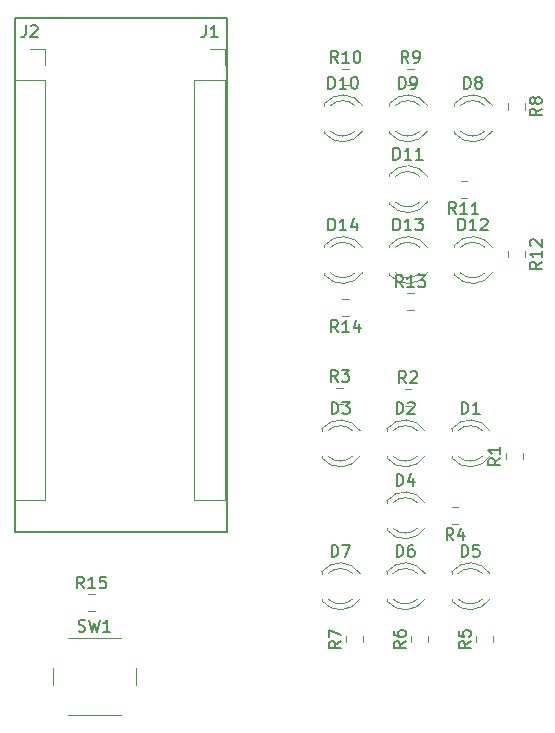
<source format=gbr>
G04 #@! TF.GenerationSoftware,KiCad,Pcbnew,(5.0.1)-3*
G04 #@! TF.CreationDate,2019-08-04T12:29:00-04:00*
G04 #@! TF.ProjectId,Dice_roller,446963655F726F6C6C65722E6B696361,rev?*
G04 #@! TF.SameCoordinates,Original*
G04 #@! TF.FileFunction,Legend,Top*
G04 #@! TF.FilePolarity,Positive*
%FSLAX46Y46*%
G04 Gerber Fmt 4.6, Leading zero omitted, Abs format (unit mm)*
G04 Created by KiCad (PCBNEW (5.0.1)-3) date 8/4/2019 12:29:00 PM*
%MOMM*%
%LPD*%
G01*
G04 APERTURE LIST*
%ADD10C,0.200000*%
%ADD11C,0.120000*%
%ADD12C,0.150000*%
G04 APERTURE END LIST*
D10*
X115500000Y-57500000D02*
X133500000Y-57500000D01*
X115500000Y-101000000D02*
X115500000Y-57500000D01*
X133500000Y-101000000D02*
X115500000Y-101000000D01*
X133500000Y-57500000D02*
X133500000Y-101000000D01*
D11*
G04 #@! TO.C,J1*
X130670000Y-62710000D02*
X133330000Y-62710000D01*
X130670000Y-62710000D02*
X130670000Y-98330000D01*
X130670000Y-98330000D02*
X133330000Y-98330000D01*
X133330000Y-62710000D02*
X133330000Y-98330000D01*
X133330000Y-60110000D02*
X133330000Y-61440000D01*
X132000000Y-60110000D02*
X133330000Y-60110000D01*
G04 #@! TO.C,J2*
X115430000Y-62710000D02*
X118090000Y-62710000D01*
X115430000Y-62710000D02*
X115430000Y-98330000D01*
X115430000Y-98330000D02*
X118090000Y-98330000D01*
X118090000Y-62710000D02*
X118090000Y-98330000D01*
X118090000Y-60110000D02*
X118090000Y-61440000D01*
X116760000Y-60110000D02*
X118090000Y-60110000D01*
G04 #@! TO.C,R1*
X157081829Y-94876944D02*
X157081829Y-94354440D01*
X158501829Y-94876944D02*
X158501829Y-94354440D01*
G04 #@! TO.C,R2*
X148530577Y-88905692D02*
X149053081Y-88905692D01*
X148530577Y-90325692D02*
X149053081Y-90325692D01*
G04 #@! TO.C,R3*
X142738748Y-88790000D02*
X143261252Y-88790000D01*
X142738748Y-90210000D02*
X143261252Y-90210000D01*
G04 #@! TO.C,R4*
X153053081Y-98905692D02*
X152530577Y-98905692D01*
X153053081Y-100325692D02*
X152530577Y-100325692D01*
G04 #@! TO.C,R5*
X154581829Y-110376944D02*
X154581829Y-109854440D01*
X156001829Y-110376944D02*
X156001829Y-109854440D01*
G04 #@! TO.C,R6*
X150501829Y-110376944D02*
X150501829Y-109854440D01*
X149081829Y-110376944D02*
X149081829Y-109854440D01*
G04 #@! TO.C,R7*
X145001829Y-110376944D02*
X145001829Y-109854440D01*
X143581829Y-110376944D02*
X143581829Y-109854440D01*
G04 #@! TO.C,D1*
X155734164Y-92442085D02*
G75*
G03X152501829Y-92285177I-1672335J-1078608D01*
G01*
X155734164Y-94599301D02*
G75*
G02X152501829Y-94756209I-1672335J1078608D01*
G01*
X155102959Y-92440856D02*
G75*
G03X153020868Y-92440693I-1041130J-1079837D01*
G01*
X155102959Y-94600530D02*
G75*
G02X153020868Y-94600693I-1041130J1079837D01*
G01*
X152501829Y-92284693D02*
X152501829Y-92440693D01*
X152501829Y-94600693D02*
X152501829Y-94756693D01*
G04 #@! TO.C,D2*
X147001829Y-94600693D02*
X147001829Y-94756693D01*
X147001829Y-92284693D02*
X147001829Y-92440693D01*
X149602959Y-94600530D02*
G75*
G02X147520868Y-94600693I-1041130J1079837D01*
G01*
X149602959Y-92440856D02*
G75*
G03X147520868Y-92440693I-1041130J-1079837D01*
G01*
X150234164Y-94599301D02*
G75*
G02X147001829Y-94756209I-1672335J1078608D01*
G01*
X150234164Y-92442085D02*
G75*
G03X147001829Y-92285177I-1672335J-1078608D01*
G01*
G04 #@! TO.C,D3*
X141501829Y-94600693D02*
X141501829Y-94756693D01*
X141501829Y-92284693D02*
X141501829Y-92440693D01*
X144102959Y-94600530D02*
G75*
G02X142020868Y-94600693I-1041130J1079837D01*
G01*
X144102959Y-92440856D02*
G75*
G03X142020868Y-92440693I-1041130J-1079837D01*
G01*
X144734164Y-94599301D02*
G75*
G02X141501829Y-94756209I-1672335J1078608D01*
G01*
X144734164Y-92442085D02*
G75*
G03X141501829Y-92285177I-1672335J-1078608D01*
G01*
G04 #@! TO.C,D4*
X150234164Y-98537084D02*
G75*
G03X147001829Y-98380176I-1672335J-1078608D01*
G01*
X150234164Y-100694300D02*
G75*
G02X147001829Y-100851208I-1672335J1078608D01*
G01*
X149602959Y-98535855D02*
G75*
G03X147520868Y-98535692I-1041130J-1079837D01*
G01*
X149602959Y-100695529D02*
G75*
G02X147520868Y-100695692I-1041130J1079837D01*
G01*
X147001829Y-98379692D02*
X147001829Y-98535692D01*
X147001829Y-100695692D02*
X147001829Y-100851692D01*
G04 #@! TO.C,D5*
X152501829Y-106695692D02*
X152501829Y-106851692D01*
X152501829Y-104379692D02*
X152501829Y-104535692D01*
X155102959Y-106695529D02*
G75*
G02X153020868Y-106695692I-1041130J1079837D01*
G01*
X155102959Y-104535855D02*
G75*
G03X153020868Y-104535692I-1041130J-1079837D01*
G01*
X155734164Y-106694300D02*
G75*
G02X152501829Y-106851208I-1672335J1078608D01*
G01*
X155734164Y-104537084D02*
G75*
G03X152501829Y-104380176I-1672335J-1078608D01*
G01*
G04 #@! TO.C,D6*
X150234164Y-104537084D02*
G75*
G03X147001829Y-104380176I-1672335J-1078608D01*
G01*
X150234164Y-106694300D02*
G75*
G02X147001829Y-106851208I-1672335J1078608D01*
G01*
X149602959Y-104535855D02*
G75*
G03X147520868Y-104535692I-1041130J-1079837D01*
G01*
X149602959Y-106695529D02*
G75*
G02X147520868Y-106695692I-1041130J1079837D01*
G01*
X147001829Y-104379692D02*
X147001829Y-104535692D01*
X147001829Y-106695692D02*
X147001829Y-106851692D01*
G04 #@! TO.C,D7*
X144734164Y-104537084D02*
G75*
G03X141501829Y-104380176I-1672335J-1078608D01*
G01*
X144734164Y-106694300D02*
G75*
G02X141501829Y-106851208I-1672335J1078608D01*
G01*
X144102959Y-104535855D02*
G75*
G03X142020868Y-104535692I-1041130J-1079837D01*
G01*
X144102959Y-106695529D02*
G75*
G02X142020868Y-106695692I-1041130J1079837D01*
G01*
X141501829Y-104379692D02*
X141501829Y-104535692D01*
X141501829Y-106695692D02*
X141501829Y-106851692D01*
G04 #@! TO.C,D8*
X155942335Y-64921392D02*
G75*
G03X152710000Y-64764484I-1672335J-1078608D01*
G01*
X155942335Y-67078608D02*
G75*
G02X152710000Y-67235516I-1672335J1078608D01*
G01*
X155311130Y-64920163D02*
G75*
G03X153229039Y-64920000I-1041130J-1079837D01*
G01*
X155311130Y-67079837D02*
G75*
G02X153229039Y-67080000I-1041130J1079837D01*
G01*
X152710000Y-64764000D02*
X152710000Y-64920000D01*
X152710000Y-67080000D02*
X152710000Y-67236000D01*
G04 #@! TO.C,D9*
X150442335Y-64921392D02*
G75*
G03X147210000Y-64764484I-1672335J-1078608D01*
G01*
X150442335Y-67078608D02*
G75*
G02X147210000Y-67235516I-1672335J1078608D01*
G01*
X149811130Y-64920163D02*
G75*
G03X147729039Y-64920000I-1041130J-1079837D01*
G01*
X149811130Y-67079837D02*
G75*
G02X147729039Y-67080000I-1041130J1079837D01*
G01*
X147210000Y-64764000D02*
X147210000Y-64920000D01*
X147210000Y-67080000D02*
X147210000Y-67236000D01*
G04 #@! TO.C,D10*
X141710000Y-67080000D02*
X141710000Y-67236000D01*
X141710000Y-64764000D02*
X141710000Y-64920000D01*
X144311130Y-67079837D02*
G75*
G02X142229039Y-67080000I-1041130J1079837D01*
G01*
X144311130Y-64920163D02*
G75*
G03X142229039Y-64920000I-1041130J-1079837D01*
G01*
X144942335Y-67078608D02*
G75*
G02X141710000Y-67235516I-1672335J1078608D01*
G01*
X144942335Y-64921392D02*
G75*
G03X141710000Y-64764484I-1672335J-1078608D01*
G01*
G04 #@! TO.C,D11*
X150442335Y-70921392D02*
G75*
G03X147210000Y-70764484I-1672335J-1078608D01*
G01*
X150442335Y-73078608D02*
G75*
G02X147210000Y-73235516I-1672335J1078608D01*
G01*
X149811130Y-70920163D02*
G75*
G03X147729039Y-70920000I-1041130J-1079837D01*
G01*
X149811130Y-73079837D02*
G75*
G02X147729039Y-73080000I-1041130J1079837D01*
G01*
X147210000Y-70764000D02*
X147210000Y-70920000D01*
X147210000Y-73080000D02*
X147210000Y-73236000D01*
G04 #@! TO.C,D12*
X152710000Y-79080000D02*
X152710000Y-79236000D01*
X152710000Y-76764000D02*
X152710000Y-76920000D01*
X155311130Y-79079837D02*
G75*
G02X153229039Y-79080000I-1041130J1079837D01*
G01*
X155311130Y-76920163D02*
G75*
G03X153229039Y-76920000I-1041130J-1079837D01*
G01*
X155942335Y-79078608D02*
G75*
G02X152710000Y-79235516I-1672335J1078608D01*
G01*
X155942335Y-76921392D02*
G75*
G03X152710000Y-76764484I-1672335J-1078608D01*
G01*
G04 #@! TO.C,D13*
X147210000Y-79080000D02*
X147210000Y-79236000D01*
X147210000Y-76764000D02*
X147210000Y-76920000D01*
X149811130Y-79079837D02*
G75*
G02X147729039Y-79080000I-1041130J1079837D01*
G01*
X149811130Y-76920163D02*
G75*
G03X147729039Y-76920000I-1041130J-1079837D01*
G01*
X150442335Y-79078608D02*
G75*
G02X147210000Y-79235516I-1672335J1078608D01*
G01*
X150442335Y-76921392D02*
G75*
G03X147210000Y-76764484I-1672335J-1078608D01*
G01*
G04 #@! TO.C,D14*
X144942335Y-76921392D02*
G75*
G03X141710000Y-76764484I-1672335J-1078608D01*
G01*
X144942335Y-79078608D02*
G75*
G02X141710000Y-79235516I-1672335J1078608D01*
G01*
X144311130Y-76920163D02*
G75*
G03X142229039Y-76920000I-1041130J-1079837D01*
G01*
X144311130Y-79079837D02*
G75*
G02X142229039Y-79080000I-1041130J1079837D01*
G01*
X141710000Y-76764000D02*
X141710000Y-76920000D01*
X141710000Y-79080000D02*
X141710000Y-79236000D01*
G04 #@! TO.C,R8*
X158710000Y-64738748D02*
X158710000Y-65261252D01*
X157290000Y-64738748D02*
X157290000Y-65261252D01*
G04 #@! TO.C,R9*
X148738748Y-63210000D02*
X149261252Y-63210000D01*
X148738748Y-61790000D02*
X149261252Y-61790000D01*
G04 #@! TO.C,R10*
X143238748Y-63210000D02*
X143761252Y-63210000D01*
X143238748Y-61790000D02*
X143761252Y-61790000D01*
G04 #@! TO.C,R11*
X153761252Y-72710000D02*
X153238748Y-72710000D01*
X153761252Y-71290000D02*
X153238748Y-71290000D01*
G04 #@! TO.C,R12*
X157290000Y-77238748D02*
X157290000Y-77761252D01*
X158710000Y-77238748D02*
X158710000Y-77761252D01*
G04 #@! TO.C,R13*
X148738748Y-80790000D02*
X149261252Y-80790000D01*
X148738748Y-82210000D02*
X149261252Y-82210000D01*
G04 #@! TO.C,R14*
X143761252Y-82710000D02*
X143238748Y-82710000D01*
X143761252Y-81290000D02*
X143238748Y-81290000D01*
G04 #@! TO.C,SW1*
X120000000Y-116500000D02*
X124500000Y-116500000D01*
X118750000Y-112500000D02*
X118750000Y-114000000D01*
X124500000Y-110000000D02*
X120000000Y-110000000D01*
X125750000Y-114000000D02*
X125750000Y-112500000D01*
G04 #@! TO.C,R15*
X121738748Y-106290000D02*
X122261252Y-106290000D01*
X121738748Y-107710000D02*
X122261252Y-107710000D01*
G04 #@! TO.C,J1*
D12*
X131666666Y-58122380D02*
X131666666Y-58836666D01*
X131619047Y-58979523D01*
X131523809Y-59074761D01*
X131380952Y-59122380D01*
X131285714Y-59122380D01*
X132666666Y-59122380D02*
X132095238Y-59122380D01*
X132380952Y-59122380D02*
X132380952Y-58122380D01*
X132285714Y-58265238D01*
X132190476Y-58360476D01*
X132095238Y-58408095D01*
G04 #@! TO.C,J2*
X116426666Y-58122380D02*
X116426666Y-58836666D01*
X116379047Y-58979523D01*
X116283809Y-59074761D01*
X116140952Y-59122380D01*
X116045714Y-59122380D01*
X116855238Y-58217619D02*
X116902857Y-58170000D01*
X116998095Y-58122380D01*
X117236190Y-58122380D01*
X117331428Y-58170000D01*
X117379047Y-58217619D01*
X117426666Y-58312857D01*
X117426666Y-58408095D01*
X117379047Y-58550952D01*
X116807619Y-59122380D01*
X117426666Y-59122380D01*
G04 #@! TO.C,R1*
X156594209Y-94782358D02*
X156118019Y-95115692D01*
X156594209Y-95353787D02*
X155594209Y-95353787D01*
X155594209Y-94972834D01*
X155641829Y-94877596D01*
X155689448Y-94829977D01*
X155784686Y-94782358D01*
X155927543Y-94782358D01*
X156022781Y-94829977D01*
X156070400Y-94877596D01*
X156118019Y-94972834D01*
X156118019Y-95353787D01*
X156594209Y-93829977D02*
X156594209Y-94401406D01*
X156594209Y-94115692D02*
X155594209Y-94115692D01*
X155737067Y-94210930D01*
X155832305Y-94306168D01*
X155879924Y-94401406D01*
G04 #@! TO.C,R2*
X148625162Y-88418072D02*
X148291829Y-87941882D01*
X148053733Y-88418072D02*
X148053733Y-87418072D01*
X148434686Y-87418072D01*
X148529924Y-87465692D01*
X148577543Y-87513311D01*
X148625162Y-87608549D01*
X148625162Y-87751406D01*
X148577543Y-87846644D01*
X148529924Y-87894263D01*
X148434686Y-87941882D01*
X148053733Y-87941882D01*
X149006114Y-87513311D02*
X149053733Y-87465692D01*
X149148971Y-87418072D01*
X149387067Y-87418072D01*
X149482305Y-87465692D01*
X149529924Y-87513311D01*
X149577543Y-87608549D01*
X149577543Y-87703787D01*
X149529924Y-87846644D01*
X148958495Y-88418072D01*
X149577543Y-88418072D01*
G04 #@! TO.C,R3*
X142833333Y-88302380D02*
X142500000Y-87826190D01*
X142261904Y-88302380D02*
X142261904Y-87302380D01*
X142642857Y-87302380D01*
X142738095Y-87350000D01*
X142785714Y-87397619D01*
X142833333Y-87492857D01*
X142833333Y-87635714D01*
X142785714Y-87730952D01*
X142738095Y-87778571D01*
X142642857Y-87826190D01*
X142261904Y-87826190D01*
X143166666Y-87302380D02*
X143785714Y-87302380D01*
X143452380Y-87683333D01*
X143595238Y-87683333D01*
X143690476Y-87730952D01*
X143738095Y-87778571D01*
X143785714Y-87873809D01*
X143785714Y-88111904D01*
X143738095Y-88207142D01*
X143690476Y-88254761D01*
X143595238Y-88302380D01*
X143309523Y-88302380D01*
X143214285Y-88254761D01*
X143166666Y-88207142D01*
G04 #@! TO.C,R4*
X152625162Y-101718072D02*
X152291829Y-101241882D01*
X152053733Y-101718072D02*
X152053733Y-100718072D01*
X152434686Y-100718072D01*
X152529924Y-100765692D01*
X152577543Y-100813311D01*
X152625162Y-100908549D01*
X152625162Y-101051406D01*
X152577543Y-101146644D01*
X152529924Y-101194263D01*
X152434686Y-101241882D01*
X152053733Y-101241882D01*
X153482305Y-101051406D02*
X153482305Y-101718072D01*
X153244209Y-100670453D02*
X153006114Y-101384739D01*
X153625162Y-101384739D01*
G04 #@! TO.C,R5*
X154094209Y-110282358D02*
X153618019Y-110615692D01*
X154094209Y-110853787D02*
X153094209Y-110853787D01*
X153094209Y-110472834D01*
X153141829Y-110377596D01*
X153189448Y-110329977D01*
X153284686Y-110282358D01*
X153427543Y-110282358D01*
X153522781Y-110329977D01*
X153570400Y-110377596D01*
X153618019Y-110472834D01*
X153618019Y-110853787D01*
X153094209Y-109377596D02*
X153094209Y-109853787D01*
X153570400Y-109901406D01*
X153522781Y-109853787D01*
X153475162Y-109758549D01*
X153475162Y-109520453D01*
X153522781Y-109425215D01*
X153570400Y-109377596D01*
X153665638Y-109329977D01*
X153903733Y-109329977D01*
X153998971Y-109377596D01*
X154046590Y-109425215D01*
X154094209Y-109520453D01*
X154094209Y-109758549D01*
X154046590Y-109853787D01*
X153998971Y-109901406D01*
G04 #@! TO.C,R6*
X148594209Y-110282358D02*
X148118019Y-110615692D01*
X148594209Y-110853787D02*
X147594209Y-110853787D01*
X147594209Y-110472834D01*
X147641829Y-110377596D01*
X147689448Y-110329977D01*
X147784686Y-110282358D01*
X147927543Y-110282358D01*
X148022781Y-110329977D01*
X148070400Y-110377596D01*
X148118019Y-110472834D01*
X148118019Y-110853787D01*
X147594209Y-109425215D02*
X147594209Y-109615692D01*
X147641829Y-109710930D01*
X147689448Y-109758549D01*
X147832305Y-109853787D01*
X148022781Y-109901406D01*
X148403733Y-109901406D01*
X148498971Y-109853787D01*
X148546590Y-109806168D01*
X148594209Y-109710930D01*
X148594209Y-109520453D01*
X148546590Y-109425215D01*
X148498971Y-109377596D01*
X148403733Y-109329977D01*
X148165638Y-109329977D01*
X148070400Y-109377596D01*
X148022781Y-109425215D01*
X147975162Y-109520453D01*
X147975162Y-109710930D01*
X148022781Y-109806168D01*
X148070400Y-109853787D01*
X148165638Y-109901406D01*
G04 #@! TO.C,R7*
X143094209Y-110282358D02*
X142618019Y-110615692D01*
X143094209Y-110853787D02*
X142094209Y-110853787D01*
X142094209Y-110472834D01*
X142141829Y-110377596D01*
X142189448Y-110329977D01*
X142284686Y-110282358D01*
X142427543Y-110282358D01*
X142522781Y-110329977D01*
X142570400Y-110377596D01*
X142618019Y-110472834D01*
X142618019Y-110853787D01*
X142094209Y-109949025D02*
X142094209Y-109282358D01*
X143094209Y-109710930D01*
G04 #@! TO.C,D1*
X153323733Y-91013073D02*
X153323733Y-90013073D01*
X153561829Y-90013073D01*
X153704686Y-90060693D01*
X153799924Y-90155931D01*
X153847543Y-90251169D01*
X153895162Y-90441645D01*
X153895162Y-90584502D01*
X153847543Y-90774978D01*
X153799924Y-90870216D01*
X153704686Y-90965454D01*
X153561829Y-91013073D01*
X153323733Y-91013073D01*
X154847543Y-91013073D02*
X154276114Y-91013073D01*
X154561829Y-91013073D02*
X154561829Y-90013073D01*
X154466590Y-90155931D01*
X154371352Y-90251169D01*
X154276114Y-90298788D01*
G04 #@! TO.C,D2*
X147823733Y-91013073D02*
X147823733Y-90013073D01*
X148061829Y-90013073D01*
X148204686Y-90060693D01*
X148299924Y-90155931D01*
X148347543Y-90251169D01*
X148395162Y-90441645D01*
X148395162Y-90584502D01*
X148347543Y-90774978D01*
X148299924Y-90870216D01*
X148204686Y-90965454D01*
X148061829Y-91013073D01*
X147823733Y-91013073D01*
X148776114Y-90108312D02*
X148823733Y-90060693D01*
X148918971Y-90013073D01*
X149157067Y-90013073D01*
X149252305Y-90060693D01*
X149299924Y-90108312D01*
X149347543Y-90203550D01*
X149347543Y-90298788D01*
X149299924Y-90441645D01*
X148728495Y-91013073D01*
X149347543Y-91013073D01*
G04 #@! TO.C,D3*
X142323733Y-91013073D02*
X142323733Y-90013073D01*
X142561829Y-90013073D01*
X142704686Y-90060693D01*
X142799924Y-90155931D01*
X142847543Y-90251169D01*
X142895162Y-90441645D01*
X142895162Y-90584502D01*
X142847543Y-90774978D01*
X142799924Y-90870216D01*
X142704686Y-90965454D01*
X142561829Y-91013073D01*
X142323733Y-91013073D01*
X143228495Y-90013073D02*
X143847543Y-90013073D01*
X143514209Y-90394026D01*
X143657067Y-90394026D01*
X143752305Y-90441645D01*
X143799924Y-90489264D01*
X143847543Y-90584502D01*
X143847543Y-90822597D01*
X143799924Y-90917835D01*
X143752305Y-90965454D01*
X143657067Y-91013073D01*
X143371352Y-91013073D01*
X143276114Y-90965454D01*
X143228495Y-90917835D01*
G04 #@! TO.C,D4*
X147823733Y-97108072D02*
X147823733Y-96108072D01*
X148061829Y-96108072D01*
X148204686Y-96155692D01*
X148299924Y-96250930D01*
X148347543Y-96346168D01*
X148395162Y-96536644D01*
X148395162Y-96679501D01*
X148347543Y-96869977D01*
X148299924Y-96965215D01*
X148204686Y-97060453D01*
X148061829Y-97108072D01*
X147823733Y-97108072D01*
X149252305Y-96441406D02*
X149252305Y-97108072D01*
X149014209Y-96060453D02*
X148776114Y-96774739D01*
X149395162Y-96774739D01*
G04 #@! TO.C,D5*
X153323733Y-103108072D02*
X153323733Y-102108072D01*
X153561829Y-102108072D01*
X153704686Y-102155692D01*
X153799924Y-102250930D01*
X153847543Y-102346168D01*
X153895162Y-102536644D01*
X153895162Y-102679501D01*
X153847543Y-102869977D01*
X153799924Y-102965215D01*
X153704686Y-103060453D01*
X153561829Y-103108072D01*
X153323733Y-103108072D01*
X154799924Y-102108072D02*
X154323733Y-102108072D01*
X154276114Y-102584263D01*
X154323733Y-102536644D01*
X154418971Y-102489025D01*
X154657067Y-102489025D01*
X154752305Y-102536644D01*
X154799924Y-102584263D01*
X154847543Y-102679501D01*
X154847543Y-102917596D01*
X154799924Y-103012834D01*
X154752305Y-103060453D01*
X154657067Y-103108072D01*
X154418971Y-103108072D01*
X154323733Y-103060453D01*
X154276114Y-103012834D01*
G04 #@! TO.C,D6*
X147823733Y-103108072D02*
X147823733Y-102108072D01*
X148061829Y-102108072D01*
X148204686Y-102155692D01*
X148299924Y-102250930D01*
X148347543Y-102346168D01*
X148395162Y-102536644D01*
X148395162Y-102679501D01*
X148347543Y-102869977D01*
X148299924Y-102965215D01*
X148204686Y-103060453D01*
X148061829Y-103108072D01*
X147823733Y-103108072D01*
X149252305Y-102108072D02*
X149061829Y-102108072D01*
X148966590Y-102155692D01*
X148918971Y-102203311D01*
X148823733Y-102346168D01*
X148776114Y-102536644D01*
X148776114Y-102917596D01*
X148823733Y-103012834D01*
X148871352Y-103060453D01*
X148966590Y-103108072D01*
X149157067Y-103108072D01*
X149252305Y-103060453D01*
X149299924Y-103012834D01*
X149347543Y-102917596D01*
X149347543Y-102679501D01*
X149299924Y-102584263D01*
X149252305Y-102536644D01*
X149157067Y-102489025D01*
X148966590Y-102489025D01*
X148871352Y-102536644D01*
X148823733Y-102584263D01*
X148776114Y-102679501D01*
G04 #@! TO.C,D7*
X142323733Y-103108072D02*
X142323733Y-102108072D01*
X142561829Y-102108072D01*
X142704686Y-102155692D01*
X142799924Y-102250930D01*
X142847543Y-102346168D01*
X142895162Y-102536644D01*
X142895162Y-102679501D01*
X142847543Y-102869977D01*
X142799924Y-102965215D01*
X142704686Y-103060453D01*
X142561829Y-103108072D01*
X142323733Y-103108072D01*
X143228495Y-102108072D02*
X143895162Y-102108072D01*
X143466590Y-103108072D01*
G04 #@! TO.C,D8*
X153531904Y-63492380D02*
X153531904Y-62492380D01*
X153770000Y-62492380D01*
X153912857Y-62540000D01*
X154008095Y-62635238D01*
X154055714Y-62730476D01*
X154103333Y-62920952D01*
X154103333Y-63063809D01*
X154055714Y-63254285D01*
X154008095Y-63349523D01*
X153912857Y-63444761D01*
X153770000Y-63492380D01*
X153531904Y-63492380D01*
X154674761Y-62920952D02*
X154579523Y-62873333D01*
X154531904Y-62825714D01*
X154484285Y-62730476D01*
X154484285Y-62682857D01*
X154531904Y-62587619D01*
X154579523Y-62540000D01*
X154674761Y-62492380D01*
X154865238Y-62492380D01*
X154960476Y-62540000D01*
X155008095Y-62587619D01*
X155055714Y-62682857D01*
X155055714Y-62730476D01*
X155008095Y-62825714D01*
X154960476Y-62873333D01*
X154865238Y-62920952D01*
X154674761Y-62920952D01*
X154579523Y-62968571D01*
X154531904Y-63016190D01*
X154484285Y-63111428D01*
X154484285Y-63301904D01*
X154531904Y-63397142D01*
X154579523Y-63444761D01*
X154674761Y-63492380D01*
X154865238Y-63492380D01*
X154960476Y-63444761D01*
X155008095Y-63397142D01*
X155055714Y-63301904D01*
X155055714Y-63111428D01*
X155008095Y-63016190D01*
X154960476Y-62968571D01*
X154865238Y-62920952D01*
G04 #@! TO.C,D9*
X148031904Y-63492380D02*
X148031904Y-62492380D01*
X148270000Y-62492380D01*
X148412857Y-62540000D01*
X148508095Y-62635238D01*
X148555714Y-62730476D01*
X148603333Y-62920952D01*
X148603333Y-63063809D01*
X148555714Y-63254285D01*
X148508095Y-63349523D01*
X148412857Y-63444761D01*
X148270000Y-63492380D01*
X148031904Y-63492380D01*
X149079523Y-63492380D02*
X149270000Y-63492380D01*
X149365238Y-63444761D01*
X149412857Y-63397142D01*
X149508095Y-63254285D01*
X149555714Y-63063809D01*
X149555714Y-62682857D01*
X149508095Y-62587619D01*
X149460476Y-62540000D01*
X149365238Y-62492380D01*
X149174761Y-62492380D01*
X149079523Y-62540000D01*
X149031904Y-62587619D01*
X148984285Y-62682857D01*
X148984285Y-62920952D01*
X149031904Y-63016190D01*
X149079523Y-63063809D01*
X149174761Y-63111428D01*
X149365238Y-63111428D01*
X149460476Y-63063809D01*
X149508095Y-63016190D01*
X149555714Y-62920952D01*
G04 #@! TO.C,D10*
X142055714Y-63492380D02*
X142055714Y-62492380D01*
X142293809Y-62492380D01*
X142436666Y-62540000D01*
X142531904Y-62635238D01*
X142579523Y-62730476D01*
X142627142Y-62920952D01*
X142627142Y-63063809D01*
X142579523Y-63254285D01*
X142531904Y-63349523D01*
X142436666Y-63444761D01*
X142293809Y-63492380D01*
X142055714Y-63492380D01*
X143579523Y-63492380D02*
X143008095Y-63492380D01*
X143293809Y-63492380D02*
X143293809Y-62492380D01*
X143198571Y-62635238D01*
X143103333Y-62730476D01*
X143008095Y-62778095D01*
X144198571Y-62492380D02*
X144293809Y-62492380D01*
X144389047Y-62540000D01*
X144436666Y-62587619D01*
X144484285Y-62682857D01*
X144531904Y-62873333D01*
X144531904Y-63111428D01*
X144484285Y-63301904D01*
X144436666Y-63397142D01*
X144389047Y-63444761D01*
X144293809Y-63492380D01*
X144198571Y-63492380D01*
X144103333Y-63444761D01*
X144055714Y-63397142D01*
X144008095Y-63301904D01*
X143960476Y-63111428D01*
X143960476Y-62873333D01*
X144008095Y-62682857D01*
X144055714Y-62587619D01*
X144103333Y-62540000D01*
X144198571Y-62492380D01*
G04 #@! TO.C,D11*
X147555714Y-69492380D02*
X147555714Y-68492380D01*
X147793809Y-68492380D01*
X147936666Y-68540000D01*
X148031904Y-68635238D01*
X148079523Y-68730476D01*
X148127142Y-68920952D01*
X148127142Y-69063809D01*
X148079523Y-69254285D01*
X148031904Y-69349523D01*
X147936666Y-69444761D01*
X147793809Y-69492380D01*
X147555714Y-69492380D01*
X149079523Y-69492380D02*
X148508095Y-69492380D01*
X148793809Y-69492380D02*
X148793809Y-68492380D01*
X148698571Y-68635238D01*
X148603333Y-68730476D01*
X148508095Y-68778095D01*
X150031904Y-69492380D02*
X149460476Y-69492380D01*
X149746190Y-69492380D02*
X149746190Y-68492380D01*
X149650952Y-68635238D01*
X149555714Y-68730476D01*
X149460476Y-68778095D01*
G04 #@! TO.C,D12*
X153055714Y-75492380D02*
X153055714Y-74492380D01*
X153293809Y-74492380D01*
X153436666Y-74540000D01*
X153531904Y-74635238D01*
X153579523Y-74730476D01*
X153627142Y-74920952D01*
X153627142Y-75063809D01*
X153579523Y-75254285D01*
X153531904Y-75349523D01*
X153436666Y-75444761D01*
X153293809Y-75492380D01*
X153055714Y-75492380D01*
X154579523Y-75492380D02*
X154008095Y-75492380D01*
X154293809Y-75492380D02*
X154293809Y-74492380D01*
X154198571Y-74635238D01*
X154103333Y-74730476D01*
X154008095Y-74778095D01*
X154960476Y-74587619D02*
X155008095Y-74540000D01*
X155103333Y-74492380D01*
X155341428Y-74492380D01*
X155436666Y-74540000D01*
X155484285Y-74587619D01*
X155531904Y-74682857D01*
X155531904Y-74778095D01*
X155484285Y-74920952D01*
X154912857Y-75492380D01*
X155531904Y-75492380D01*
G04 #@! TO.C,D13*
X147555714Y-75492380D02*
X147555714Y-74492380D01*
X147793809Y-74492380D01*
X147936666Y-74540000D01*
X148031904Y-74635238D01*
X148079523Y-74730476D01*
X148127142Y-74920952D01*
X148127142Y-75063809D01*
X148079523Y-75254285D01*
X148031904Y-75349523D01*
X147936666Y-75444761D01*
X147793809Y-75492380D01*
X147555714Y-75492380D01*
X149079523Y-75492380D02*
X148508095Y-75492380D01*
X148793809Y-75492380D02*
X148793809Y-74492380D01*
X148698571Y-74635238D01*
X148603333Y-74730476D01*
X148508095Y-74778095D01*
X149412857Y-74492380D02*
X150031904Y-74492380D01*
X149698571Y-74873333D01*
X149841428Y-74873333D01*
X149936666Y-74920952D01*
X149984285Y-74968571D01*
X150031904Y-75063809D01*
X150031904Y-75301904D01*
X149984285Y-75397142D01*
X149936666Y-75444761D01*
X149841428Y-75492380D01*
X149555714Y-75492380D01*
X149460476Y-75444761D01*
X149412857Y-75397142D01*
G04 #@! TO.C,D14*
X142055714Y-75492380D02*
X142055714Y-74492380D01*
X142293809Y-74492380D01*
X142436666Y-74540000D01*
X142531904Y-74635238D01*
X142579523Y-74730476D01*
X142627142Y-74920952D01*
X142627142Y-75063809D01*
X142579523Y-75254285D01*
X142531904Y-75349523D01*
X142436666Y-75444761D01*
X142293809Y-75492380D01*
X142055714Y-75492380D01*
X143579523Y-75492380D02*
X143008095Y-75492380D01*
X143293809Y-75492380D02*
X143293809Y-74492380D01*
X143198571Y-74635238D01*
X143103333Y-74730476D01*
X143008095Y-74778095D01*
X144436666Y-74825714D02*
X144436666Y-75492380D01*
X144198571Y-74444761D02*
X143960476Y-75159047D01*
X144579523Y-75159047D01*
G04 #@! TO.C,R8*
X160102380Y-65166666D02*
X159626190Y-65500000D01*
X160102380Y-65738095D02*
X159102380Y-65738095D01*
X159102380Y-65357142D01*
X159150000Y-65261904D01*
X159197619Y-65214285D01*
X159292857Y-65166666D01*
X159435714Y-65166666D01*
X159530952Y-65214285D01*
X159578571Y-65261904D01*
X159626190Y-65357142D01*
X159626190Y-65738095D01*
X159530952Y-64595238D02*
X159483333Y-64690476D01*
X159435714Y-64738095D01*
X159340476Y-64785714D01*
X159292857Y-64785714D01*
X159197619Y-64738095D01*
X159150000Y-64690476D01*
X159102380Y-64595238D01*
X159102380Y-64404761D01*
X159150000Y-64309523D01*
X159197619Y-64261904D01*
X159292857Y-64214285D01*
X159340476Y-64214285D01*
X159435714Y-64261904D01*
X159483333Y-64309523D01*
X159530952Y-64404761D01*
X159530952Y-64595238D01*
X159578571Y-64690476D01*
X159626190Y-64738095D01*
X159721428Y-64785714D01*
X159911904Y-64785714D01*
X160007142Y-64738095D01*
X160054761Y-64690476D01*
X160102380Y-64595238D01*
X160102380Y-64404761D01*
X160054761Y-64309523D01*
X160007142Y-64261904D01*
X159911904Y-64214285D01*
X159721428Y-64214285D01*
X159626190Y-64261904D01*
X159578571Y-64309523D01*
X159530952Y-64404761D01*
G04 #@! TO.C,R9*
X148833333Y-61302380D02*
X148500000Y-60826190D01*
X148261904Y-61302380D02*
X148261904Y-60302380D01*
X148642857Y-60302380D01*
X148738095Y-60350000D01*
X148785714Y-60397619D01*
X148833333Y-60492857D01*
X148833333Y-60635714D01*
X148785714Y-60730952D01*
X148738095Y-60778571D01*
X148642857Y-60826190D01*
X148261904Y-60826190D01*
X149309523Y-61302380D02*
X149500000Y-61302380D01*
X149595238Y-61254761D01*
X149642857Y-61207142D01*
X149738095Y-61064285D01*
X149785714Y-60873809D01*
X149785714Y-60492857D01*
X149738095Y-60397619D01*
X149690476Y-60350000D01*
X149595238Y-60302380D01*
X149404761Y-60302380D01*
X149309523Y-60350000D01*
X149261904Y-60397619D01*
X149214285Y-60492857D01*
X149214285Y-60730952D01*
X149261904Y-60826190D01*
X149309523Y-60873809D01*
X149404761Y-60921428D01*
X149595238Y-60921428D01*
X149690476Y-60873809D01*
X149738095Y-60826190D01*
X149785714Y-60730952D01*
G04 #@! TO.C,R10*
X142857142Y-61302380D02*
X142523809Y-60826190D01*
X142285714Y-61302380D02*
X142285714Y-60302380D01*
X142666666Y-60302380D01*
X142761904Y-60350000D01*
X142809523Y-60397619D01*
X142857142Y-60492857D01*
X142857142Y-60635714D01*
X142809523Y-60730952D01*
X142761904Y-60778571D01*
X142666666Y-60826190D01*
X142285714Y-60826190D01*
X143809523Y-61302380D02*
X143238095Y-61302380D01*
X143523809Y-61302380D02*
X143523809Y-60302380D01*
X143428571Y-60445238D01*
X143333333Y-60540476D01*
X143238095Y-60588095D01*
X144428571Y-60302380D02*
X144523809Y-60302380D01*
X144619047Y-60350000D01*
X144666666Y-60397619D01*
X144714285Y-60492857D01*
X144761904Y-60683333D01*
X144761904Y-60921428D01*
X144714285Y-61111904D01*
X144666666Y-61207142D01*
X144619047Y-61254761D01*
X144523809Y-61302380D01*
X144428571Y-61302380D01*
X144333333Y-61254761D01*
X144285714Y-61207142D01*
X144238095Y-61111904D01*
X144190476Y-60921428D01*
X144190476Y-60683333D01*
X144238095Y-60492857D01*
X144285714Y-60397619D01*
X144333333Y-60350000D01*
X144428571Y-60302380D01*
G04 #@! TO.C,R11*
X152857142Y-74102380D02*
X152523809Y-73626190D01*
X152285714Y-74102380D02*
X152285714Y-73102380D01*
X152666666Y-73102380D01*
X152761904Y-73150000D01*
X152809523Y-73197619D01*
X152857142Y-73292857D01*
X152857142Y-73435714D01*
X152809523Y-73530952D01*
X152761904Y-73578571D01*
X152666666Y-73626190D01*
X152285714Y-73626190D01*
X153809523Y-74102380D02*
X153238095Y-74102380D01*
X153523809Y-74102380D02*
X153523809Y-73102380D01*
X153428571Y-73245238D01*
X153333333Y-73340476D01*
X153238095Y-73388095D01*
X154761904Y-74102380D02*
X154190476Y-74102380D01*
X154476190Y-74102380D02*
X154476190Y-73102380D01*
X154380952Y-73245238D01*
X154285714Y-73340476D01*
X154190476Y-73388095D01*
G04 #@! TO.C,R12*
X160102380Y-78142857D02*
X159626190Y-78476190D01*
X160102380Y-78714285D02*
X159102380Y-78714285D01*
X159102380Y-78333333D01*
X159150000Y-78238095D01*
X159197619Y-78190476D01*
X159292857Y-78142857D01*
X159435714Y-78142857D01*
X159530952Y-78190476D01*
X159578571Y-78238095D01*
X159626190Y-78333333D01*
X159626190Y-78714285D01*
X160102380Y-77190476D02*
X160102380Y-77761904D01*
X160102380Y-77476190D02*
X159102380Y-77476190D01*
X159245238Y-77571428D01*
X159340476Y-77666666D01*
X159388095Y-77761904D01*
X159197619Y-76809523D02*
X159150000Y-76761904D01*
X159102380Y-76666666D01*
X159102380Y-76428571D01*
X159150000Y-76333333D01*
X159197619Y-76285714D01*
X159292857Y-76238095D01*
X159388095Y-76238095D01*
X159530952Y-76285714D01*
X160102380Y-76857142D01*
X160102380Y-76238095D01*
G04 #@! TO.C,R13*
X148357142Y-80302380D02*
X148023809Y-79826190D01*
X147785714Y-80302380D02*
X147785714Y-79302380D01*
X148166666Y-79302380D01*
X148261904Y-79350000D01*
X148309523Y-79397619D01*
X148357142Y-79492857D01*
X148357142Y-79635714D01*
X148309523Y-79730952D01*
X148261904Y-79778571D01*
X148166666Y-79826190D01*
X147785714Y-79826190D01*
X149309523Y-80302380D02*
X148738095Y-80302380D01*
X149023809Y-80302380D02*
X149023809Y-79302380D01*
X148928571Y-79445238D01*
X148833333Y-79540476D01*
X148738095Y-79588095D01*
X149642857Y-79302380D02*
X150261904Y-79302380D01*
X149928571Y-79683333D01*
X150071428Y-79683333D01*
X150166666Y-79730952D01*
X150214285Y-79778571D01*
X150261904Y-79873809D01*
X150261904Y-80111904D01*
X150214285Y-80207142D01*
X150166666Y-80254761D01*
X150071428Y-80302380D01*
X149785714Y-80302380D01*
X149690476Y-80254761D01*
X149642857Y-80207142D01*
G04 #@! TO.C,R14*
X142857142Y-84102380D02*
X142523809Y-83626190D01*
X142285714Y-84102380D02*
X142285714Y-83102380D01*
X142666666Y-83102380D01*
X142761904Y-83150000D01*
X142809523Y-83197619D01*
X142857142Y-83292857D01*
X142857142Y-83435714D01*
X142809523Y-83530952D01*
X142761904Y-83578571D01*
X142666666Y-83626190D01*
X142285714Y-83626190D01*
X143809523Y-84102380D02*
X143238095Y-84102380D01*
X143523809Y-84102380D02*
X143523809Y-83102380D01*
X143428571Y-83245238D01*
X143333333Y-83340476D01*
X143238095Y-83388095D01*
X144666666Y-83435714D02*
X144666666Y-84102380D01*
X144428571Y-83054761D02*
X144190476Y-83769047D01*
X144809523Y-83769047D01*
G04 #@! TO.C,SW1*
X120916666Y-109404761D02*
X121059523Y-109452380D01*
X121297619Y-109452380D01*
X121392857Y-109404761D01*
X121440476Y-109357142D01*
X121488095Y-109261904D01*
X121488095Y-109166666D01*
X121440476Y-109071428D01*
X121392857Y-109023809D01*
X121297619Y-108976190D01*
X121107142Y-108928571D01*
X121011904Y-108880952D01*
X120964285Y-108833333D01*
X120916666Y-108738095D01*
X120916666Y-108642857D01*
X120964285Y-108547619D01*
X121011904Y-108500000D01*
X121107142Y-108452380D01*
X121345238Y-108452380D01*
X121488095Y-108500000D01*
X121821428Y-108452380D02*
X122059523Y-109452380D01*
X122250000Y-108738095D01*
X122440476Y-109452380D01*
X122678571Y-108452380D01*
X123583333Y-109452380D02*
X123011904Y-109452380D01*
X123297619Y-109452380D02*
X123297619Y-108452380D01*
X123202380Y-108595238D01*
X123107142Y-108690476D01*
X123011904Y-108738095D01*
G04 #@! TO.C,R15*
X121357142Y-105802380D02*
X121023809Y-105326190D01*
X120785714Y-105802380D02*
X120785714Y-104802380D01*
X121166666Y-104802380D01*
X121261904Y-104850000D01*
X121309523Y-104897619D01*
X121357142Y-104992857D01*
X121357142Y-105135714D01*
X121309523Y-105230952D01*
X121261904Y-105278571D01*
X121166666Y-105326190D01*
X120785714Y-105326190D01*
X122309523Y-105802380D02*
X121738095Y-105802380D01*
X122023809Y-105802380D02*
X122023809Y-104802380D01*
X121928571Y-104945238D01*
X121833333Y-105040476D01*
X121738095Y-105088095D01*
X123214285Y-104802380D02*
X122738095Y-104802380D01*
X122690476Y-105278571D01*
X122738095Y-105230952D01*
X122833333Y-105183333D01*
X123071428Y-105183333D01*
X123166666Y-105230952D01*
X123214285Y-105278571D01*
X123261904Y-105373809D01*
X123261904Y-105611904D01*
X123214285Y-105707142D01*
X123166666Y-105754761D01*
X123071428Y-105802380D01*
X122833333Y-105802380D01*
X122738095Y-105754761D01*
X122690476Y-105707142D01*
G04 #@! TD*
M02*

</source>
